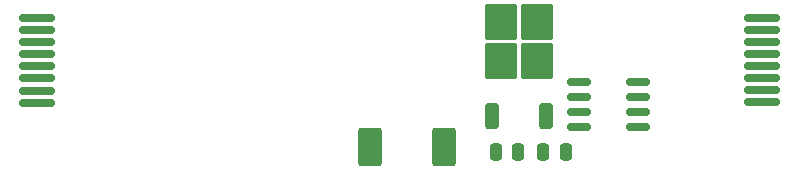
<source format=gtp>
G04 #@! TF.GenerationSoftware,KiCad,Pcbnew,7.0.9*
G04 #@! TF.CreationDate,2024-08-07T11:51:21-05:00*
G04 #@! TF.ProjectId,led_segment,6c65645f-7365-4676-9d65-6e742e6b6963,rev?*
G04 #@! TF.SameCoordinates,Original*
G04 #@! TF.FileFunction,Paste,Top*
G04 #@! TF.FilePolarity,Positive*
%FSLAX46Y46*%
G04 Gerber Fmt 4.6, Leading zero omitted, Abs format (unit mm)*
G04 Created by KiCad (PCBNEW 7.0.9) date 2024-08-07 11:51:21*
%MOMM*%
%LPD*%
G01*
G04 APERTURE LIST*
G04 Aperture macros list*
%AMRoundRect*
0 Rectangle with rounded corners*
0 $1 Rounding radius*
0 $2 $3 $4 $5 $6 $7 $8 $9 X,Y pos of 4 corners*
0 Add a 4 corners polygon primitive as box body*
4,1,4,$2,$3,$4,$5,$6,$7,$8,$9,$2,$3,0*
0 Add four circle primitives for the rounded corners*
1,1,$1+$1,$2,$3*
1,1,$1+$1,$4,$5*
1,1,$1+$1,$6,$7*
1,1,$1+$1,$8,$9*
0 Add four rect primitives between the rounded corners*
20,1,$1+$1,$2,$3,$4,$5,0*
20,1,$1+$1,$4,$5,$6,$7,0*
20,1,$1+$1,$6,$7,$8,$9,0*
20,1,$1+$1,$8,$9,$2,$3,0*%
G04 Aperture macros list end*
%ADD10RoundRect,0.176750X1.323250X-0.176750X1.323250X0.176750X-1.323250X0.176750X-1.323250X-0.176750X0*%
%ADD11RoundRect,0.176750X-1.323250X0.176750X-1.323250X-0.176750X1.323250X-0.176750X1.323250X0.176750X0*%
%ADD12RoundRect,0.250000X-0.250000X-0.475000X0.250000X-0.475000X0.250000X0.475000X-0.250000X0.475000X0*%
%ADD13RoundRect,0.150000X-0.825000X-0.150000X0.825000X-0.150000X0.825000X0.150000X-0.825000X0.150000X0*%
%ADD14RoundRect,0.250000X0.750000X1.400000X-0.750000X1.400000X-0.750000X-1.400000X0.750000X-1.400000X0*%
%ADD15RoundRect,0.250000X0.350000X-0.850000X0.350000X0.850000X-0.350000X0.850000X-0.350000X-0.850000X0*%
%ADD16RoundRect,0.250000X1.125000X-1.275000X1.125000X1.275000X-1.125000X1.275000X-1.125000X-1.275000X0*%
G04 APERTURE END LIST*
D10*
X217244000Y-133542000D03*
X217270000Y-132522000D03*
X217244000Y-131502000D03*
X217244000Y-130482000D03*
X217244000Y-129462000D03*
X217244000Y-128442000D03*
X217244000Y-127422000D03*
X217244000Y-126402000D03*
D11*
X155882000Y-126416000D03*
X155856000Y-127436000D03*
X155882000Y-128456000D03*
X155882000Y-129476000D03*
X155882000Y-130496000D03*
X155882000Y-131516000D03*
X155882000Y-132536000D03*
X155882000Y-133556000D03*
D12*
X194698000Y-137742000D03*
X196598000Y-137742000D03*
D13*
X201797000Y-131773000D03*
X201797000Y-133043000D03*
X201797000Y-134313000D03*
X201797000Y-135583000D03*
X206747000Y-135583000D03*
X206747000Y-134313000D03*
X206747000Y-133043000D03*
X206747000Y-131773000D03*
D12*
X198750000Y-137742000D03*
X200650000Y-137742000D03*
D14*
X190298000Y-137352000D03*
X184098000Y-137352000D03*
D15*
X194378000Y-134694000D03*
D16*
X195133000Y-130069000D03*
X198183000Y-130069000D03*
X195133000Y-126719000D03*
X198183000Y-126719000D03*
D15*
X198938000Y-134694000D03*
M02*

</source>
